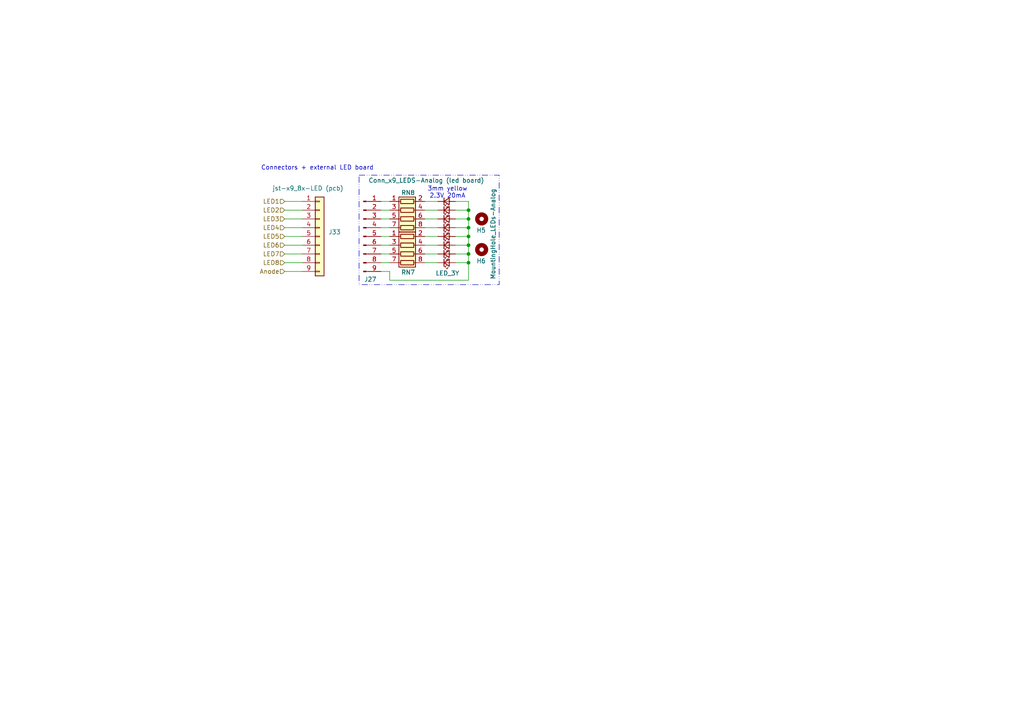
<source format=kicad_sch>
(kicad_sch (version 20231120) (generator "eeschema") (generator_version "8.0")
  (paper "A4")
  (lib_symbols
    (symbol "Connector:Conn_01x09_Pin" (pin_names (offset 1.016) hide)
      (property "Reference" "J" (at 0 12.7 0))
      (property "Value" "Conn_01x09_Pin" (at 0 -12.7 0))
      (symbol "Conn_01x09_Pin_1_1"
        (polyline (pts (xy 1.27 -10.16) (xy 0.8636 -10.16)) (stroke (width 0.1524)))
        (polyline (pts (xy 1.27 -7.62) (xy 0.8636 -7.62)) (stroke (width 0.1524)))
        (polyline (pts (xy 1.27 -5.08) (xy 0.8636 -5.08)) (stroke (width 0.1524)))
        (polyline (pts (xy 1.27 -2.54) (xy 0.8636 -2.54)) (stroke (width 0.1524)))
        (polyline (pts (xy 1.27 0) (xy 0.8636 0)) (stroke (width 0.1524)))
        (polyline (pts (xy 1.27 2.54) (xy 0.8636 2.54)) (stroke (width 0.1524)))
        (polyline (pts (xy 1.27 5.08) (xy 0.8636 5.08)) (stroke (width 0.1524)))
        (polyline (pts (xy 1.27 7.62) (xy 0.8636 7.62)) (stroke (width 0.1524)))
        (polyline (pts (xy 1.27 10.16) (xy 0.8636 10.16)) (stroke (width 0.1524)))
        (rectangle (start 0.8636 -10.033) (end 0 -10.287) (stroke (width 0.1524)) (fill (type outline)))
        (rectangle (start 0.8636 -7.493) (end 0 -7.747) (stroke (width 0.1524)) (fill (type outline)))
        (rectangle (start 0.8636 -4.953) (end 0 -5.207) (stroke (width 0.1524)) (fill (type outline)))
        (rectangle (start 0.8636 -2.413) (end 0 -2.667) (stroke (width 0.1524)) (fill (type outline)))
        (rectangle (start 0.8636 0.127) (end 0 -0.127) (stroke (width 0.1524)) (fill (type outline)))
        (rectangle (start 0.8636 2.667) (end 0 2.413) (stroke (width 0.1524)) (fill (type outline)))
        (rectangle (start 0.8636 5.207) (end 0 4.953) (stroke (width 0.1524)) (fill (type outline)))
        (rectangle (start 0.8636 7.747) (end 0 7.493) (stroke (width 0.1524)) (fill (type outline)))
        (rectangle (start 0.8636 10.287) (end 0 10.033) (stroke (width 0.1524)) (fill (type outline)))
        (pin passive line (at 5.08 10.16 180) (length 3.81) (name "Pin_1") (number "1"))
        (pin passive line (at 5.08 7.62 180) (length 3.81) (name "Pin_2") (number "2"))
        (pin passive line (at 5.08 5.08 180) (length 3.81) (name "Pin_3") (number "3"))
        (pin passive line (at 5.08 2.54 180) (length 3.81) (name "Pin_4") (number "4"))
        (pin passive line (at 5.08 0 180) (length 3.81) (name "Pin_5") (number "5"))
        (pin passive line (at 5.08 -2.54 180) (length 3.81) (name "Pin_6") (number "6"))
        (pin passive line (at 5.08 -5.08 180) (length 3.81) (name "Pin_7") (number "7"))
        (pin passive line (at 5.08 -7.62 180) (length 3.81) (name "Pin_8") (number "8"))
        (pin passive line (at 5.08 -10.16 180) (length 3.81) (name "Pin_9") (number "9"))
      )
    )
    (symbol "Connector_Generic:Conn_01x09" (pin_names (offset 1.016) hide)
      (property "Reference" "J" (at 0 12.7 0))
      (property "Value" "Conn_01x09" (at 0 -12.7 0))
      (symbol "Conn_01x09_1_1"
        (rectangle (start -1.27 -10.033) (end 0 -10.287) (stroke (width 0.1524)))
        (rectangle (start -1.27 -7.493) (end 0 -7.747) (stroke (width 0.1524)))
        (rectangle (start -1.27 -4.953) (end 0 -5.207) (stroke (width 0.1524)))
        (rectangle (start -1.27 -2.413) (end 0 -2.667) (stroke (width 0.1524)))
        (rectangle (start -1.27 0.127) (end 0 -0.127) (stroke (width 0.1524)))
        (rectangle (start -1.27 2.667) (end 0 2.413) (stroke (width 0.1524)))
        (rectangle (start -1.27 5.207) (end 0 4.953) (stroke (width 0.1524)))
        (rectangle (start -1.27 7.747) (end 0 7.493) (stroke (width 0.1524)))
        (rectangle (start -1.27 10.287) (end 0 10.033) (stroke (width 0.1524)))
        (rectangle (start -1.27 11.43) (end 1.27 -11.43) (stroke (width 0.254)) (fill (type background)))
        (pin passive line (at -5.08 10.16 0) (length 3.81) (name "Pin_1") (number "1"))
        (pin passive line (at -5.08 7.62 0) (length 3.81) (name "Pin_2") (number "2"))
        (pin passive line (at -5.08 5.08 0) (length 3.81) (name "Pin_3") (number "3"))
        (pin passive line (at -5.08 2.54 0) (length 3.81) (name "Pin_4") (number "4"))
        (pin passive line (at -5.08 0 0) (length 3.81) (name "Pin_5") (number "5"))
        (pin passive line (at -5.08 -2.54 0) (length 3.81) (name "Pin_6") (number "6"))
        (pin passive line (at -5.08 -5.08 0) (length 3.81) (name "Pin_7") (number "7"))
        (pin passive line (at -5.08 -7.62 0) (length 3.81) (name "Pin_8") (number "8"))
        (pin passive line (at -5.08 -10.16 0) (length 3.81) (name "Pin_9") (number "9"))
      )
    )
    (symbol "Device:LED_Small" (pin_numbers hide) (pin_names (offset 0.254) hide)
      (property "Reference" "D" (at -1.27 3.175 0))
      (property "Value" "LED_Small" (at -4.445 -2.54 0))
      (symbol "LED_Small_0_1"
        (polyline (pts (xy -0.762 -1.016) (xy -0.762 1.016)) (stroke (width 0.254)))
        (polyline (pts (xy 1.016 0) (xy -0.762 0)))
        (polyline (pts (xy 0.762 -1.016) (xy -0.762 0) (xy 0.762 1.016) (xy 0.762 -1.016)) (stroke (width 0.254)))
        (polyline (pts (xy 0 0.762) (xy -0.508 1.27) (xy -0.254 1.27) (xy -0.508 1.27) (xy -0.508 1.016)))
        (polyline (pts (xy 0.508 1.27) (xy 0 1.778) (xy 0.254 1.778) (xy 0 1.778) (xy 0 1.524)))
      )
      (symbol "LED_Small_1_1"
        (pin passive line (at -2.54 0 0) (length 1.778) (name "K") (number "1"))
        (pin passive line (at 2.54 0 180) (length 1.778) (name "A") (number "2"))
      )
    )
    (symbol "Mechanical:MountingHole" (pin_names (offset 1.016)) (exclude_from_sim yes) (in_bom no)
      (property "Reference" "H" (at 0 5.08 0))
      (property "Value" "MountingHole" (at 0 3.175 0))
      (symbol "MountingHole_0_1"
        (circle (center 0 0) (radius 1.27) (stroke (width 1.27)))
      )
    )
    (symbol "custom-symbols:R_Pack04-Parallel-SIL" (pin_names (offset 0) hide)
      (property "Reference" "RN" (at -7.62 0 90))
      (property "Value" "R_Pack04-Parallel-SIL" (at 5.08 0 90))
      (symbol "R_Pack04-Parallel-SIL_0_1"
        (rectangle (start -6.35 -2.413) (end 3.81 2.413) (stroke (width 0.254)) (fill (type background)))
        (rectangle (start -5.715 1.905) (end -4.445 -1.905) (stroke (width 0.254)))
        (rectangle (start -3.175 1.905) (end -1.905 -1.905) (stroke (width 0.254)))
        (rectangle (start -0.635 1.905) (end 0.635 -1.905) (stroke (width 0.254)))
        (polyline (pts (xy -5.08 -2.54) (xy -5.08 -1.905)))
        (polyline (pts (xy -5.08 1.905) (xy -5.08 2.54)))
        (polyline (pts (xy -2.54 -2.54) (xy -2.54 -1.905)))
        (polyline (pts (xy -2.54 1.905) (xy -2.54 2.54)))
        (polyline (pts (xy 0 -2.54) (xy 0 -1.905)))
        (polyline (pts (xy 0 1.905) (xy 0 2.54)))
        (polyline (pts (xy 2.54 -2.54) (xy 2.54 -1.905)))
        (polyline (pts (xy 2.54 1.905) (xy 2.54 2.54)))
        (rectangle (start 1.905 1.905) (end 3.175 -1.905) (stroke (width 0.254)))
      )
      (symbol "R_Pack04-Parallel-SIL_1_1"
        (pin passive line (at -5.08 -5.08 90) (length 2.54) (name "R1.1") (number "1"))
        (pin passive line (at -5.08 5.08 270) (length 2.54) (name "R1.2") (number "2"))
        (pin passive line (at -2.54 -5.08 90) (length 2.54) (name "R2.1") (number "3"))
        (pin passive line (at -2.54 5.08 270) (length 2.54) (name "R2.2") (number "4"))
        (pin passive line (at 0 -5.08 90) (length 2.54) (name "R3.1") (number "5"))
        (pin passive line (at 0 5.08 270) (length 2.54) (name "R3.2") (number "6"))
        (pin passive line (at 2.54 -5.08 90) (length 2.54) (name "R4.1") (number "7"))
        (pin passive line (at 2.54 5.08 270) (length 2.54) (name "R4.2") (number "8"))
      )
    )
  )
  (junction (at 135.89 60.96))
  (junction (at 135.89 63.5))
  (junction (at 135.89 71.12))
  (junction (at 135.89 66.04))
  (junction (at 135.89 73.66))
  (junction (at 135.89 76.2))
  (junction (at 135.89 68.58))
  (wire (pts (xy 135.89 58.42) (xy 132.08 58.42)))
  (wire (pts (xy 110.49 68.58) (xy 113.03 68.58)))
  (wire (pts (xy 123.19 66.04) (xy 127 66.04)))
  (wire (pts (xy 82.55 68.58) (xy 87.63 68.58)))
  (wire (pts (xy 135.89 76.2) (xy 135.89 73.66)))
  (wire (pts (xy 82.55 78.74) (xy 87.63 78.74)))
  (wire (pts (xy 113.03 81.28) (xy 113.03 78.74)))
  (wire (pts (xy 135.89 76.2) (xy 135.89 81.28)))
  (wire (pts (xy 82.55 71.12) (xy 87.63 71.12)))
  (wire (pts (xy 135.89 81.28) (xy 113.03 81.28)))
  (wire (pts (xy 82.55 63.5) (xy 87.63 63.5)))
  (wire (pts (xy 135.89 66.04) (xy 135.89 63.5)))
  (wire (pts (xy 135.89 63.5) (xy 135.89 60.96)))
  (wire (pts (xy 123.19 63.5) (xy 127 63.5)))
  (wire (pts (xy 110.49 60.96) (xy 113.03 60.96)))
  (wire (pts (xy 113.03 78.74) (xy 110.49 78.74)))
  (wire (pts (xy 132.08 63.5) (xy 135.89 63.5)))
  (wire (pts (xy 135.89 73.66) (xy 135.89 71.12)))
  (wire (pts (xy 110.49 58.42) (xy 113.03 58.42)))
  (wire (pts (xy 132.08 66.04) (xy 135.89 66.04)))
  (wire (pts (xy 123.19 68.58) (xy 127 68.58)))
  (wire (pts (xy 110.49 66.04) (xy 113.03 66.04)))
  (wire (pts (xy 82.55 66.04) (xy 87.63 66.04)))
  (wire (pts (xy 135.89 60.96) (xy 135.89 58.42)))
  (wire (pts (xy 110.49 73.66) (xy 113.03 73.66)))
  (wire (pts (xy 110.49 63.5) (xy 113.03 63.5)))
  (wire (pts (xy 132.08 76.2) (xy 135.89 76.2)))
  (wire (pts (xy 123.19 58.42) (xy 127 58.42)))
  (wire (pts (xy 135.89 71.12) (xy 135.89 68.58)))
  (wire (pts (xy 82.55 76.2) (xy 87.63 76.2)))
  (wire (pts (xy 110.49 71.12) (xy 113.03 71.12)))
  (wire (pts (xy 123.19 73.66) (xy 127 73.66)))
  (wire (pts (xy 132.08 71.12) (xy 135.89 71.12)))
  (wire (pts (xy 82.55 73.66) (xy 87.63 73.66)))
  (wire (pts (xy 123.19 71.12) (xy 127 71.12)))
  (wire (pts (xy 123.19 60.96) (xy 127 60.96)))
  (wire (pts (xy 132.08 60.96) (xy 135.89 60.96)))
  (wire (pts (xy 123.19 76.2) (xy 127 76.2)))
  (wire (pts (xy 132.08 68.58) (xy 135.89 68.58)))
  (wire (pts (xy 135.89 68.58) (xy 135.89 66.04)))
  (wire (pts (xy 82.55 58.42) (xy 87.63 58.42)))
  (wire (pts (xy 132.08 73.66) (xy 135.89 73.66)))
  (wire (pts (xy 82.55 60.96) (xy 87.63 60.96)))
  (wire (pts (xy 110.49 76.2) (xy 113.03 76.2)))
  (rectangle (start 104.14 50.8) (end 144.78 82.55) (stroke (width 0) (type dash_dot_dot)))
  (text "3mm yellow\n2.3V 20mA" (at 129.794 55.88 0) (effects (font (size 1.27 1.27))))
  (text "Connectors + external LED board" (at 75.692 48.768 0) (effects (font (size 1.27 1.27)) (justify left)))
  (hierarchical_label "LED5" (shape input) (at 82.55 68.58 180))
  (hierarchical_label "LED2" (shape input) (at 82.55 60.96 180))
  (hierarchical_label "LED3" (shape input) (at 82.55 63.5 180))
  (hierarchical_label "Anode" (shape input) (at 82.55 78.74 180))
  (hierarchical_label "LED4" (shape input) (at 82.55 66.04 180))
  (hierarchical_label "LED8" (shape input) (at 82.55 76.2 180))
  (hierarchical_label "LED6" (shape input) (at 82.55 71.12 180))
  (hierarchical_label "LED7" (shape input) (at 82.55 73.66 180))
  (hierarchical_label "LED1" (shape input) (at 82.55 58.42 180))
  (symbol (lib_id "Device:LED_Small") (at 129.54 68.58 0) (mirror x) (unit 1)
    (property "Reference" "D86" (effects (hide yes)))
    (property "Value" "LED_3Y" (effects (hide yes)))
    (property "Footprint" "LED_THT:LED_D3.0mm_IRGrey" (effects (hide yes)))
    (property "Description" "Light emitting diode, small symbol" (effects (hide yes)))
    (instances (project "pi-interface-board_v1.0" (path "" (reference "D86") (unit 1)) (path "" (reference "D41") (unit 1))))
  )
  (symbol (lib_id "custom-symbols:R_Pack04-Parallel-SIL") (at 118.11 73.66 270) (unit 1)
    (property "Reference" "RN8" (at 118.364 55.88 90))
    (property "Value" "R_Pack04_47R" (effects (hide yes)))
    (property "Footprint" "Resistor_THT:R_Array_SIP8" (effects (hide yes)))
    (property "Description" "4 resistor network, parallel topology" (effects (hide yes)))
    (instances (project "pi-interface-board_v1.0" (path "" (reference "RN8") (unit 1)) (path "" (reference "RN4") (unit 1))))
  )
  (symbol (lib_id "Device:LED_Small") (at 129.54 76.2 0) (mirror x) (unit 1)
    (property "Reference" "D89" (effects (hide yes)))
    (property "Value" "LED_3Y" (at 129.794 79.248 0))
    (property "Footprint" "LED_THT:LED_D3.0mm_IRGrey" (effects (hide yes)))
    (property "Description" "Light emitting diode, small symbol" (effects (hide yes)))
    (instances (project "pi-interface-board_v1.0" (path "" (reference "D89") (unit 1)) (path "" (reference "D44") (unit 1))))
  )
  (symbol (lib_id "Mechanical:MountingHole") (at 139.7 63.5 0) (unit 1) (exclude_from_sim yes) (in_bom no)
    (property "Reference" "H5" (at 138.176 66.802 0) (effects (justify left)))
    (property "Value" "MountingHole_LEDs-Analog" (at 143.002 81.026 90) (effects (justify left)))
    (property "Footprint" "MountingHole:MountingHole_2mm" (effects (hide yes)))
    (property "Description" "Mounting Hole without connection" (effects (hide yes)))
    (instances (project "pi-interface-board_v1.0" (path "" (reference "H5") (unit 1)) (path "" (reference "H1") (unit 1))))
  )
  (symbol (lib_id "Device:LED_Small") (at 129.54 58.42 0) (mirror x) (unit 1)
    (property "Reference" "D82" (effects (hide yes)))
    (property "Value" "LED_3Y" (effects (hide yes)))
    (property "Footprint" "LED_THT:LED_D3.0mm_IRGrey" (effects (hide yes)))
    (property "Description" "Light emitting diode, small symbol" (effects (hide yes)))
    (instances (project "pi-interface-board_v1.0" (path "" (reference "D82") (unit 1)) (path "" (reference "D20") (unit 1))))
  )
  (symbol (lib_id "Device:LED_Small") (at 129.54 71.12 0) (mirror x) (unit 1)
    (property "Reference" "D87" (effects (hide yes)))
    (property "Value" "LED_3Y" (effects (hide yes)))
    (property "Footprint" "LED_THT:LED_D3.0mm_IRGrey" (effects (hide yes)))
    (property "Description" "Light emitting diode, small symbol" (effects (hide yes)))
    (instances (project "pi-interface-board_v1.0" (path "" (reference "D87") (unit 1)) (path "" (reference "D42") (unit 1))))
  )
  (symbol (lib_id "Mechanical:MountingHole") (at 139.7 72.39 0) (unit 1) (exclude_from_sim yes) (in_bom no)
    (property "Reference" "H6" (at 138.176 75.692 0) (effects (justify left)))
    (property "Value" "MountingHole_LEDs-Analog" (effects (hide yes)))
    (property "Footprint" "MountingHole:MountingHole_2mm" (effects (hide yes)))
    (property "Description" "Mounting Hole without connection" (effects (hide yes)))
    (instances (project "pi-interface-board_v1.0" (path "" (reference "H6") (unit 1)) (path "" (reference "H2") (unit 1))))
  )
  (symbol (lib_id "Device:LED_Small") (at 129.54 73.66 0) (mirror x) (unit 1)
    (property "Reference" "D88" (effects (hide yes)))
    (property "Value" "LED_3Y" (effects (hide yes)))
    (property "Footprint" "LED_THT:LED_D3.0mm_IRGrey" (effects (hide yes)))
    (property "Description" "Light emitting diode, small symbol" (effects (hide yes)))
    (instances (project "pi-interface-board_v1.0" (path "" (reference "D88") (unit 1)) (path "" (reference "D43") (unit 1))))
  )
  (symbol (lib_id "Device:LED_Small") (at 129.54 63.5 0) (mirror x) (unit 1)
    (property "Reference" "D84" (effects (hide yes)))
    (property "Value" "LED_3Y" (effects (hide yes)))
    (property "Footprint" "LED_THT:LED_D3.0mm_IRGrey" (effects (hide yes)))
    (property "Description" "Light emitting diode, small symbol" (effects (hide yes)))
    (instances (project "pi-interface-board_v1.0" (path "" (reference "D84") (unit 1)) (path "" (reference "D37") (unit 1))))
  )
  (symbol (lib_id "custom-symbols:R_Pack04-Parallel-SIL") (at 118.11 63.5 270) (unit 1)
    (property "Reference" "RN7" (at 118.364 78.994 90))
    (property "Value" "R_Pack04_47R" (effects (hide yes)))
    (property "Footprint" "Resistor_THT:R_Array_SIP8" (effects (hide yes)))
    (property "Description" "4 resistor network, parallel topology" (effects (hide yes)))
    (instances (project "pi-interface-board_v1.0" (path "" (reference "RN7") (unit 1)) (path "" (reference "RN1") (unit 1))))
  )
  (symbol (lib_id "Device:LED_Small") (at 129.54 60.96 0) (mirror x) (unit 1)
    (property "Reference" "D83" (effects (hide yes)))
    (property "Value" "LED_3Y" (effects (hide yes)))
    (property "Footprint" "LED_THT:LED_D3.0mm_IRGrey" (effects (hide yes)))
    (property "Description" "Light emitting diode, small symbol" (effects (hide yes)))
    (instances (project "pi-interface-board_v1.0" (path "" (reference "D83") (unit 1)) (path "" (reference "D30") (unit 1))))
  )
  (symbol (lib_id "Connector:Conn_01x09_Pin") (at 105.41 68.58 0) (unit 1)
    (property "Reference" "J27" (at 109.22 81.026 0) (effects (justify right)))
    (property "Value" "Conn_x9_LEDS-Analog (led board)" (at 140.462 52.324 0) (effects (justify right)))
    (property "Footprint" "Connector_PinHeader_2.54mm:PinHeader_1x09_P2.54mm_Vertical" (effects (hide yes)))
    (property "Description" "Generic connector, single row, 01x09, script generated" (effects (hide yes)))
    (instances (project "pi-interface-board_v1.0" (path "" (reference "J27") (unit 1)) (path "" (reference "J23") (unit 1))))
  )
  (symbol (lib_id "Connector_Generic:Conn_01x09") (at 92.71 68.58 0) (unit 1)
    (property "Reference" "J33" (at 95.25 67.3099 0) (effects (justify left)))
    (property "Value" "jst-x9_8x-LED (pcb)" (at 78.994 54.61 0) (effects (justify left)))
    (property "Footprint" "Connector_JST:JST_XH_B9B-XH-A_1x09_P2.50mm_Vertical" (effects (hide yes)))
    (property "Description" "Generic connector, single row, 01x09, script generated (kicad-library-utils/schlib/autogen/connector/)" (effects (hide yes)))
    (instances (project "" (path "" (reference "J33") (unit 1)) (path "" (reference "J32") (unit 1))))
  )
  (symbol (lib_id "Device:LED_Small") (at 129.54 66.04 0) (mirror x) (unit 1)
    (property "Reference" "D85" (effects (hide yes)))
    (property "Value" "LED_3Y" (effects (hide yes)))
    (property "Footprint" "LED_THT:LED_D3.0mm_IRGrey" (effects (hide yes)))
    (property "Description" "Light emitting diode, small symbol" (effects (hide yes)))
    (instances (project "pi-interface-board_v1.0" (path "" (reference "D85") (unit 1)) (path "" (reference "D40") (unit 1))))
  )
)
</source>
